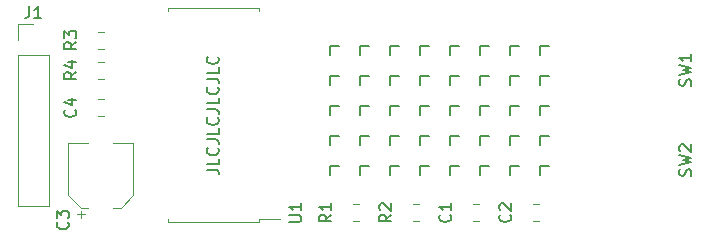
<source format=gbr>
%TF.GenerationSoftware,KiCad,Pcbnew,5.1.6-c6e7f7d~87~ubuntu18.04.1*%
%TF.CreationDate,2020-09-19T20:19:40+02:00*%
%TF.ProjectId,rgbpmod,72676270-6d6f-4642-9e6b-696361645f70,rev?*%
%TF.SameCoordinates,Original*%
%TF.FileFunction,Legend,Top*%
%TF.FilePolarity,Positive*%
%FSLAX46Y46*%
G04 Gerber Fmt 4.6, Leading zero omitted, Abs format (unit mm)*
G04 Created by KiCad (PCBNEW 5.1.6-c6e7f7d~87~ubuntu18.04.1) date 2020-09-19 20:19:40*
%MOMM*%
%LPD*%
G01*
G04 APERTURE LIST*
%ADD10C,0.150000*%
%ADD11C,0.120000*%
G04 APERTURE END LIST*
D10*
X111212380Y-75739047D02*
X111926666Y-75739047D01*
X112069523Y-75786666D01*
X112164761Y-75881904D01*
X112212380Y-76024761D01*
X112212380Y-76120000D01*
X112212380Y-74786666D02*
X112212380Y-75262857D01*
X111212380Y-75262857D01*
X112117142Y-73881904D02*
X112164761Y-73929523D01*
X112212380Y-74072380D01*
X112212380Y-74167619D01*
X112164761Y-74310476D01*
X112069523Y-74405714D01*
X111974285Y-74453333D01*
X111783809Y-74500952D01*
X111640952Y-74500952D01*
X111450476Y-74453333D01*
X111355238Y-74405714D01*
X111260000Y-74310476D01*
X111212380Y-74167619D01*
X111212380Y-74072380D01*
X111260000Y-73929523D01*
X111307619Y-73881904D01*
X111212380Y-73167619D02*
X111926666Y-73167619D01*
X112069523Y-73215238D01*
X112164761Y-73310476D01*
X112212380Y-73453333D01*
X112212380Y-73548571D01*
X112212380Y-72215238D02*
X112212380Y-72691428D01*
X111212380Y-72691428D01*
X112117142Y-71310476D02*
X112164761Y-71358095D01*
X112212380Y-71500952D01*
X112212380Y-71596190D01*
X112164761Y-71739047D01*
X112069523Y-71834285D01*
X111974285Y-71881904D01*
X111783809Y-71929523D01*
X111640952Y-71929523D01*
X111450476Y-71881904D01*
X111355238Y-71834285D01*
X111260000Y-71739047D01*
X111212380Y-71596190D01*
X111212380Y-71500952D01*
X111260000Y-71358095D01*
X111307619Y-71310476D01*
X111212380Y-70596190D02*
X111926666Y-70596190D01*
X112069523Y-70643809D01*
X112164761Y-70739047D01*
X112212380Y-70881904D01*
X112212380Y-70977142D01*
X112212380Y-69643809D02*
X112212380Y-70120000D01*
X111212380Y-70120000D01*
X112117142Y-68739047D02*
X112164761Y-68786666D01*
X112212380Y-68929523D01*
X112212380Y-69024761D01*
X112164761Y-69167619D01*
X112069523Y-69262857D01*
X111974285Y-69310476D01*
X111783809Y-69358095D01*
X111640952Y-69358095D01*
X111450476Y-69310476D01*
X111355238Y-69262857D01*
X111260000Y-69167619D01*
X111212380Y-69024761D01*
X111212380Y-68929523D01*
X111260000Y-68786666D01*
X111307619Y-68739047D01*
X111212380Y-68024761D02*
X111926666Y-68024761D01*
X112069523Y-68072380D01*
X112164761Y-68167619D01*
X112212380Y-68310476D01*
X112212380Y-68405714D01*
X112212380Y-67072380D02*
X112212380Y-67548571D01*
X111212380Y-67548571D01*
X112117142Y-66167619D02*
X112164761Y-66215238D01*
X112212380Y-66358095D01*
X112212380Y-66453333D01*
X112164761Y-66596190D01*
X112069523Y-66691428D01*
X111974285Y-66739047D01*
X111783809Y-66786666D01*
X111640952Y-66786666D01*
X111450476Y-66739047D01*
X111355238Y-66691428D01*
X111260000Y-66596190D01*
X111212380Y-66453333D01*
X111212380Y-66358095D01*
X111260000Y-66215238D01*
X111307619Y-66167619D01*
D11*
%TO.C,C1*%
X133726422Y-80085000D02*
X134243578Y-80085000D01*
X133726422Y-78665000D02*
X134243578Y-78665000D01*
%TO.C,C2*%
X138806422Y-78665000D02*
X139323578Y-78665000D01*
X138806422Y-80085000D02*
X139323578Y-80085000D01*
D10*
%TO.C,D1*%
X121666000Y-65278000D02*
X122428000Y-65278000D01*
X121666000Y-66040000D02*
X121666000Y-65278000D01*
%TO.C,D2*%
X121666000Y-68540000D02*
X121666000Y-67778000D01*
X121666000Y-67778000D02*
X122428000Y-67778000D01*
%TO.C,D3*%
X121666000Y-70358000D02*
X122428000Y-70358000D01*
X121666000Y-71120000D02*
X121666000Y-70358000D01*
%TO.C,D4*%
X121666000Y-73660000D02*
X121666000Y-72898000D01*
X121666000Y-72898000D02*
X122428000Y-72898000D01*
%TO.C,D5*%
X121666000Y-75438000D02*
X122428000Y-75438000D01*
X121666000Y-76200000D02*
X121666000Y-75438000D01*
%TO.C,D6*%
X124206000Y-66040000D02*
X124206000Y-65278000D01*
X124206000Y-65278000D02*
X124968000Y-65278000D01*
%TO.C,D7*%
X124206000Y-67818000D02*
X124968000Y-67818000D01*
X124206000Y-68580000D02*
X124206000Y-67818000D01*
%TO.C,D8*%
X124206000Y-70358000D02*
X124968000Y-70358000D01*
X124206000Y-71120000D02*
X124206000Y-70358000D01*
%TO.C,D9*%
X124206000Y-73660000D02*
X124206000Y-72898000D01*
X124206000Y-72898000D02*
X124968000Y-72898000D01*
%TO.C,D10*%
X124206000Y-76200000D02*
X124206000Y-75438000D01*
X124206000Y-75438000D02*
X124968000Y-75438000D01*
%TO.C,D11*%
X126746000Y-66040000D02*
X126746000Y-65278000D01*
X126746000Y-65278000D02*
X127508000Y-65278000D01*
%TO.C,D12*%
X126746000Y-67818000D02*
X127508000Y-67818000D01*
X126746000Y-68580000D02*
X126746000Y-67818000D01*
%TO.C,D13*%
X126746000Y-71120000D02*
X126746000Y-70358000D01*
X126746000Y-70358000D02*
X127508000Y-70358000D01*
%TO.C,D14*%
X126746000Y-72898000D02*
X127508000Y-72898000D01*
X126746000Y-73660000D02*
X126746000Y-72898000D01*
%TO.C,D15*%
X126746000Y-75438000D02*
X127508000Y-75438000D01*
X126746000Y-76200000D02*
X126746000Y-75438000D01*
%TO.C,D16*%
X129286000Y-66040000D02*
X129286000Y-65278000D01*
X129286000Y-65278000D02*
X130048000Y-65278000D01*
%TO.C,D17*%
X129286000Y-67818000D02*
X130048000Y-67818000D01*
X129286000Y-68580000D02*
X129286000Y-67818000D01*
%TO.C,D18*%
X129286000Y-71120000D02*
X129286000Y-70358000D01*
X129286000Y-70358000D02*
X130048000Y-70358000D01*
%TO.C,D19*%
X129286000Y-72898000D02*
X130048000Y-72898000D01*
X129286000Y-73660000D02*
X129286000Y-72898000D01*
%TO.C,D20*%
X129286000Y-76200000D02*
X129286000Y-75438000D01*
X129286000Y-75438000D02*
X130048000Y-75438000D01*
%TO.C,D21*%
X131826000Y-66040000D02*
X131826000Y-65278000D01*
X131826000Y-65278000D02*
X132588000Y-65278000D01*
%TO.C,D22*%
X131826000Y-68580000D02*
X131826000Y-67818000D01*
X131826000Y-67818000D02*
X132588000Y-67818000D01*
%TO.C,D23*%
X131826000Y-71120000D02*
X131826000Y-70358000D01*
X131826000Y-70358000D02*
X132588000Y-70358000D01*
%TO.C,D24*%
X131826000Y-72898000D02*
X132588000Y-72898000D01*
X131826000Y-73660000D02*
X131826000Y-72898000D01*
%TO.C,D25*%
X131826000Y-75438000D02*
X132588000Y-75438000D01*
X131826000Y-76200000D02*
X131826000Y-75438000D01*
%TO.C,D26*%
X134366000Y-66040000D02*
X134366000Y-65278000D01*
X134366000Y-65278000D02*
X135128000Y-65278000D01*
%TO.C,D27*%
X134366000Y-67818000D02*
X135128000Y-67818000D01*
X134366000Y-68580000D02*
X134366000Y-67818000D01*
%TO.C,D28*%
X134366000Y-71120000D02*
X134366000Y-70358000D01*
X134366000Y-70358000D02*
X135128000Y-70358000D01*
%TO.C,D29*%
X134366000Y-72898000D02*
X135128000Y-72898000D01*
X134366000Y-73660000D02*
X134366000Y-72898000D01*
%TO.C,D30*%
X134366000Y-76200000D02*
X134366000Y-75438000D01*
X134366000Y-75438000D02*
X135128000Y-75438000D01*
%TO.C,D31*%
X136906000Y-66040000D02*
X136906000Y-65278000D01*
X136906000Y-65278000D02*
X137668000Y-65278000D01*
%TO.C,D32*%
X136906000Y-67818000D02*
X137668000Y-67818000D01*
X136906000Y-68580000D02*
X136906000Y-67818000D01*
%TO.C,D33*%
X136906000Y-71120000D02*
X136906000Y-70358000D01*
X136906000Y-70358000D02*
X137668000Y-70358000D01*
%TO.C,D34*%
X136906000Y-72898000D02*
X137668000Y-72898000D01*
X136906000Y-73660000D02*
X136906000Y-72898000D01*
%TO.C,D35*%
X136906000Y-75438000D02*
X137668000Y-75438000D01*
X136906000Y-76200000D02*
X136906000Y-75438000D01*
%TO.C,D36*%
X139446000Y-65278000D02*
X140208000Y-65278000D01*
X139446000Y-66040000D02*
X139446000Y-65278000D01*
%TO.C,D37*%
X139446000Y-67818000D02*
X140208000Y-67818000D01*
X139446000Y-68580000D02*
X139446000Y-67818000D01*
%TO.C,D38*%
X139446000Y-71120000D02*
X139446000Y-70358000D01*
X139446000Y-70358000D02*
X140208000Y-70358000D01*
%TO.C,D39*%
X139446000Y-72898000D02*
X140208000Y-72898000D01*
X139446000Y-73660000D02*
X139446000Y-72898000D01*
%TO.C,D40*%
X139446000Y-76200000D02*
X139446000Y-75438000D01*
X139446000Y-75438000D02*
X140208000Y-75438000D01*
D11*
%TO.C,J1*%
X95190000Y-78800000D02*
X97850000Y-78800000D01*
X95190000Y-66040000D02*
X95190000Y-78800000D01*
X97850000Y-66040000D02*
X97850000Y-78800000D01*
X95190000Y-66040000D02*
X97850000Y-66040000D01*
X95190000Y-64770000D02*
X95190000Y-63440000D01*
X95190000Y-63440000D02*
X96520000Y-63440000D01*
%TO.C,R1*%
X123566422Y-80085000D02*
X124083578Y-80085000D01*
X123566422Y-78665000D02*
X124083578Y-78665000D01*
%TO.C,R2*%
X128646422Y-80085000D02*
X129163578Y-80085000D01*
X128646422Y-78665000D02*
X129163578Y-78665000D01*
%TO.C,R3*%
X101976422Y-64060000D02*
X102493578Y-64060000D01*
X101976422Y-65480000D02*
X102493578Y-65480000D01*
%TO.C,R4*%
X101976422Y-66600000D02*
X102493578Y-66600000D01*
X101976422Y-68020000D02*
X102493578Y-68020000D01*
%TO.C,U1*%
X111760000Y-62060000D02*
X107900000Y-62060000D01*
X107900000Y-62060000D02*
X107900000Y-62305000D01*
X111760000Y-62060000D02*
X115620000Y-62060000D01*
X115620000Y-62060000D02*
X115620000Y-62305000D01*
X111760000Y-80180000D02*
X107900000Y-80180000D01*
X107900000Y-80180000D02*
X107900000Y-79935000D01*
X111760000Y-80180000D02*
X115620000Y-80180000D01*
X115620000Y-80180000D02*
X115620000Y-79935000D01*
X115620000Y-79935000D02*
X117435000Y-79935000D01*
%TO.C,C3*%
X104995000Y-73440000D02*
X103295000Y-73440000D01*
X99475000Y-73440000D02*
X101175000Y-73440000D01*
X99475000Y-77895563D02*
X99475000Y-73440000D01*
X104995000Y-77895563D02*
X104995000Y-73440000D01*
X103930563Y-78960000D02*
X103295000Y-78960000D01*
X100539437Y-78960000D02*
X101175000Y-78960000D01*
X100539437Y-78960000D02*
X99475000Y-77895563D01*
X103930563Y-78960000D02*
X104995000Y-77895563D01*
X100550000Y-79825000D02*
X100550000Y-79200000D01*
X100237500Y-79512500D02*
X100862500Y-79512500D01*
%TO.C,C4*%
X101976422Y-69775000D02*
X102493578Y-69775000D01*
X101976422Y-71195000D02*
X102493578Y-71195000D01*
%TO.C,C1*%
D10*
X131802142Y-79541666D02*
X131849761Y-79589285D01*
X131897380Y-79732142D01*
X131897380Y-79827380D01*
X131849761Y-79970238D01*
X131754523Y-80065476D01*
X131659285Y-80113095D01*
X131468809Y-80160714D01*
X131325952Y-80160714D01*
X131135476Y-80113095D01*
X131040238Y-80065476D01*
X130945000Y-79970238D01*
X130897380Y-79827380D01*
X130897380Y-79732142D01*
X130945000Y-79589285D01*
X130992619Y-79541666D01*
X131897380Y-78589285D02*
X131897380Y-79160714D01*
X131897380Y-78875000D02*
X130897380Y-78875000D01*
X131040238Y-78970238D01*
X131135476Y-79065476D01*
X131183095Y-79160714D01*
%TO.C,C2*%
X136882142Y-79541666D02*
X136929761Y-79589285D01*
X136977380Y-79732142D01*
X136977380Y-79827380D01*
X136929761Y-79970238D01*
X136834523Y-80065476D01*
X136739285Y-80113095D01*
X136548809Y-80160714D01*
X136405952Y-80160714D01*
X136215476Y-80113095D01*
X136120238Y-80065476D01*
X136025000Y-79970238D01*
X135977380Y-79827380D01*
X135977380Y-79732142D01*
X136025000Y-79589285D01*
X136072619Y-79541666D01*
X136072619Y-79160714D02*
X136025000Y-79113095D01*
X135977380Y-79017857D01*
X135977380Y-78779761D01*
X136025000Y-78684523D01*
X136072619Y-78636904D01*
X136167857Y-78589285D01*
X136263095Y-78589285D01*
X136405952Y-78636904D01*
X136977380Y-79208333D01*
X136977380Y-78589285D01*
%TO.C,J1*%
X96186666Y-61892380D02*
X96186666Y-62606666D01*
X96139047Y-62749523D01*
X96043809Y-62844761D01*
X95900952Y-62892380D01*
X95805714Y-62892380D01*
X97186666Y-62892380D02*
X96615238Y-62892380D01*
X96900952Y-62892380D02*
X96900952Y-61892380D01*
X96805714Y-62035238D01*
X96710476Y-62130476D01*
X96615238Y-62178095D01*
%TO.C,R1*%
X121737380Y-79541666D02*
X121261190Y-79875000D01*
X121737380Y-80113095D02*
X120737380Y-80113095D01*
X120737380Y-79732142D01*
X120785000Y-79636904D01*
X120832619Y-79589285D01*
X120927857Y-79541666D01*
X121070714Y-79541666D01*
X121165952Y-79589285D01*
X121213571Y-79636904D01*
X121261190Y-79732142D01*
X121261190Y-80113095D01*
X121737380Y-78589285D02*
X121737380Y-79160714D01*
X121737380Y-78875000D02*
X120737380Y-78875000D01*
X120880238Y-78970238D01*
X120975476Y-79065476D01*
X121023095Y-79160714D01*
%TO.C,R2*%
X126817380Y-79541666D02*
X126341190Y-79875000D01*
X126817380Y-80113095D02*
X125817380Y-80113095D01*
X125817380Y-79732142D01*
X125865000Y-79636904D01*
X125912619Y-79589285D01*
X126007857Y-79541666D01*
X126150714Y-79541666D01*
X126245952Y-79589285D01*
X126293571Y-79636904D01*
X126341190Y-79732142D01*
X126341190Y-80113095D01*
X125912619Y-79160714D02*
X125865000Y-79113095D01*
X125817380Y-79017857D01*
X125817380Y-78779761D01*
X125865000Y-78684523D01*
X125912619Y-78636904D01*
X126007857Y-78589285D01*
X126103095Y-78589285D01*
X126245952Y-78636904D01*
X126817380Y-79208333D01*
X126817380Y-78589285D01*
%TO.C,R3*%
X100147380Y-64936666D02*
X99671190Y-65270000D01*
X100147380Y-65508095D02*
X99147380Y-65508095D01*
X99147380Y-65127142D01*
X99195000Y-65031904D01*
X99242619Y-64984285D01*
X99337857Y-64936666D01*
X99480714Y-64936666D01*
X99575952Y-64984285D01*
X99623571Y-65031904D01*
X99671190Y-65127142D01*
X99671190Y-65508095D01*
X99147380Y-64603333D02*
X99147380Y-63984285D01*
X99528333Y-64317619D01*
X99528333Y-64174761D01*
X99575952Y-64079523D01*
X99623571Y-64031904D01*
X99718809Y-63984285D01*
X99956904Y-63984285D01*
X100052142Y-64031904D01*
X100099761Y-64079523D01*
X100147380Y-64174761D01*
X100147380Y-64460476D01*
X100099761Y-64555714D01*
X100052142Y-64603333D01*
%TO.C,R4*%
X100147380Y-67476666D02*
X99671190Y-67810000D01*
X100147380Y-68048095D02*
X99147380Y-68048095D01*
X99147380Y-67667142D01*
X99195000Y-67571904D01*
X99242619Y-67524285D01*
X99337857Y-67476666D01*
X99480714Y-67476666D01*
X99575952Y-67524285D01*
X99623571Y-67571904D01*
X99671190Y-67667142D01*
X99671190Y-68048095D01*
X99480714Y-66619523D02*
X100147380Y-66619523D01*
X99099761Y-66857619D02*
X99814047Y-67095714D01*
X99814047Y-66476666D01*
%TO.C,SW1*%
X152169761Y-68643333D02*
X152217380Y-68500476D01*
X152217380Y-68262380D01*
X152169761Y-68167142D01*
X152122142Y-68119523D01*
X152026904Y-68071904D01*
X151931666Y-68071904D01*
X151836428Y-68119523D01*
X151788809Y-68167142D01*
X151741190Y-68262380D01*
X151693571Y-68452857D01*
X151645952Y-68548095D01*
X151598333Y-68595714D01*
X151503095Y-68643333D01*
X151407857Y-68643333D01*
X151312619Y-68595714D01*
X151265000Y-68548095D01*
X151217380Y-68452857D01*
X151217380Y-68214761D01*
X151265000Y-68071904D01*
X151217380Y-67738571D02*
X152217380Y-67500476D01*
X151503095Y-67310000D01*
X152217380Y-67119523D01*
X151217380Y-66881428D01*
X152217380Y-65976666D02*
X152217380Y-66548095D01*
X152217380Y-66262380D02*
X151217380Y-66262380D01*
X151360238Y-66357619D01*
X151455476Y-66452857D01*
X151503095Y-66548095D01*
%TO.C,SW2*%
X152169761Y-76263333D02*
X152217380Y-76120476D01*
X152217380Y-75882380D01*
X152169761Y-75787142D01*
X152122142Y-75739523D01*
X152026904Y-75691904D01*
X151931666Y-75691904D01*
X151836428Y-75739523D01*
X151788809Y-75787142D01*
X151741190Y-75882380D01*
X151693571Y-76072857D01*
X151645952Y-76168095D01*
X151598333Y-76215714D01*
X151503095Y-76263333D01*
X151407857Y-76263333D01*
X151312619Y-76215714D01*
X151265000Y-76168095D01*
X151217380Y-76072857D01*
X151217380Y-75834761D01*
X151265000Y-75691904D01*
X151217380Y-75358571D02*
X152217380Y-75120476D01*
X151503095Y-74930000D01*
X152217380Y-74739523D01*
X151217380Y-74501428D01*
X151312619Y-74168095D02*
X151265000Y-74120476D01*
X151217380Y-74025238D01*
X151217380Y-73787142D01*
X151265000Y-73691904D01*
X151312619Y-73644285D01*
X151407857Y-73596666D01*
X151503095Y-73596666D01*
X151645952Y-73644285D01*
X152217380Y-74215714D01*
X152217380Y-73596666D01*
%TO.C,U1*%
X118197380Y-80136904D02*
X119006904Y-80136904D01*
X119102142Y-80089285D01*
X119149761Y-80041666D01*
X119197380Y-79946428D01*
X119197380Y-79755952D01*
X119149761Y-79660714D01*
X119102142Y-79613095D01*
X119006904Y-79565476D01*
X118197380Y-79565476D01*
X119197380Y-78565476D02*
X119197380Y-79136904D01*
X119197380Y-78851190D02*
X118197380Y-78851190D01*
X118340238Y-78946428D01*
X118435476Y-79041666D01*
X118483095Y-79136904D01*
%TO.C,C3*%
X99417142Y-80176666D02*
X99464761Y-80224285D01*
X99512380Y-80367142D01*
X99512380Y-80462380D01*
X99464761Y-80605238D01*
X99369523Y-80700476D01*
X99274285Y-80748095D01*
X99083809Y-80795714D01*
X98940952Y-80795714D01*
X98750476Y-80748095D01*
X98655238Y-80700476D01*
X98560000Y-80605238D01*
X98512380Y-80462380D01*
X98512380Y-80367142D01*
X98560000Y-80224285D01*
X98607619Y-80176666D01*
X98512380Y-79843333D02*
X98512380Y-79224285D01*
X98893333Y-79557619D01*
X98893333Y-79414761D01*
X98940952Y-79319523D01*
X98988571Y-79271904D01*
X99083809Y-79224285D01*
X99321904Y-79224285D01*
X99417142Y-79271904D01*
X99464761Y-79319523D01*
X99512380Y-79414761D01*
X99512380Y-79700476D01*
X99464761Y-79795714D01*
X99417142Y-79843333D01*
%TO.C,C4*%
X100052142Y-70651666D02*
X100099761Y-70699285D01*
X100147380Y-70842142D01*
X100147380Y-70937380D01*
X100099761Y-71080238D01*
X100004523Y-71175476D01*
X99909285Y-71223095D01*
X99718809Y-71270714D01*
X99575952Y-71270714D01*
X99385476Y-71223095D01*
X99290238Y-71175476D01*
X99195000Y-71080238D01*
X99147380Y-70937380D01*
X99147380Y-70842142D01*
X99195000Y-70699285D01*
X99242619Y-70651666D01*
X99480714Y-69794523D02*
X100147380Y-69794523D01*
X99099761Y-70032619D02*
X99814047Y-70270714D01*
X99814047Y-69651666D01*
%TD*%
M02*

</source>
